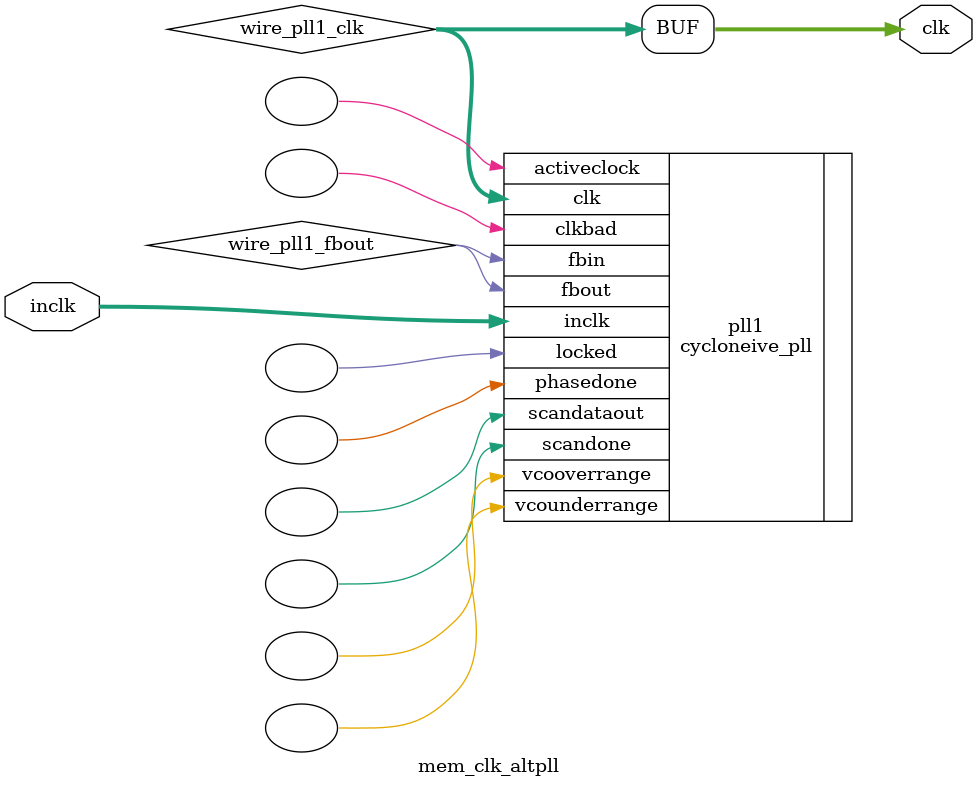
<source format=v>






//synthesis_resources = cycloneive_pll 1 
//synopsys translate_off
`timescale 1 ps / 1 ps
//synopsys translate_on
module  mem_clk_altpll
	( 
	clk,
	inclk) /* synthesis synthesis_clearbox=1 */;
	output   [4:0]  clk;
	input   [1:0]  inclk;
`ifndef ALTERA_RESERVED_QIS
// synopsys translate_off
`endif
	tri0   [1:0]  inclk;
`ifndef ALTERA_RESERVED_QIS
// synopsys translate_on
`endif

	wire  [4:0]   wire_pll1_clk;
	wire  wire_pll1_fbout;

	cycloneive_pll   pll1
	( 
	.activeclock(),
	.clk(wire_pll1_clk),
	.clkbad(),
	.fbin(wire_pll1_fbout),
	.fbout(wire_pll1_fbout),
	.inclk(inclk),
	.locked(),
	.phasedone(),
	.scandataout(),
	.scandone(),
	.vcooverrange(),
	.vcounderrange()
	`ifndef FORMAL_VERIFICATION
	// synopsys translate_off
	`endif
	,
	.areset(1'b0),
	.clkswitch(1'b0),
	.configupdate(1'b0),
	.pfdena(1'b1),
	.phasecounterselect({3{1'b0}}),
	.phasestep(1'b0),
	.phaseupdown(1'b0),
	.scanclk(1'b0),
	.scanclkena(1'b1),
	.scandata(1'b0)
	`ifndef FORMAL_VERIFICATION
	// synopsys translate_on
	`endif
	);
	defparam
		pll1.bandwidth_type = "auto",
		pll1.clk0_divide_by = 10,
		pll1.clk0_duty_cycle = 50,
		pll1.clk0_multiply_by = 13,
		pll1.clk0_phase_shift = "0",
		pll1.clk1_divide_by = 2,
		pll1.clk1_duty_cycle = 50,
		pll1.clk1_multiply_by = 1,
		pll1.clk1_phase_shift = "0",
		pll1.compensate_clock = "clk0",
		pll1.inclk0_input_frequency = 20000,
		pll1.operation_mode = "normal",
		pll1.pll_type = "auto",
		pll1.lpm_type = "cycloneive_pll";
	assign
		clk = {wire_pll1_clk[4:0]};
endmodule //mem_clk_altpll
//VALID FILE

</source>
